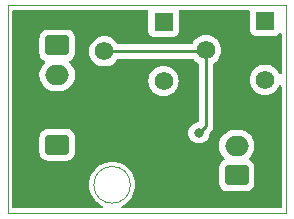
<source format=gbr>
%TF.GenerationSoftware,KiCad,Pcbnew,8.0.4-8.0.4-0~ubuntu22.04.1*%
%TF.CreationDate,2024-08-01T19:41:55+05:30*%
%TF.ProjectId,Microphone,4d696372-6f70-4686-9f6e-652e6b696361,v01*%
%TF.SameCoordinates,Original*%
%TF.FileFunction,Copper,L1,Top*%
%TF.FilePolarity,Positive*%
%FSLAX46Y46*%
G04 Gerber Fmt 4.6, Leading zero omitted, Abs format (unit mm)*
G04 Created by KiCad (PCBNEW 8.0.4-8.0.4-0~ubuntu22.04.1) date 2024-08-01 19:41:55*
%MOMM*%
%LPD*%
G01*
G04 APERTURE LIST*
G04 Aperture macros list*
%AMRoundRect*
0 Rectangle with rounded corners*
0 $1 Rounding radius*
0 $2 $3 $4 $5 $6 $7 $8 $9 X,Y pos of 4 corners*
0 Add a 4 corners polygon primitive as box body*
4,1,4,$2,$3,$4,$5,$6,$7,$8,$9,$2,$3,0*
0 Add four circle primitives for the rounded corners*
1,1,$1+$1,$2,$3*
1,1,$1+$1,$4,$5*
1,1,$1+$1,$6,$7*
1,1,$1+$1,$8,$9*
0 Add four rect primitives between the rounded corners*
20,1,$1+$1,$2,$3,$4,$5,0*
20,1,$1+$1,$4,$5,$6,$7,0*
20,1,$1+$1,$6,$7,$8,$9,0*
20,1,$1+$1,$8,$9,$2,$3,0*%
G04 Aperture macros list end*
%TA.AperFunction,ComponentPad*%
%ADD10R,1.560000X1.560000*%
%TD*%
%TA.AperFunction,ComponentPad*%
%ADD11C,1.560000*%
%TD*%
%TA.AperFunction,ComponentPad*%
%ADD12RoundRect,0.250000X-0.750000X0.600000X-0.750000X-0.600000X0.750000X-0.600000X0.750000X0.600000X0*%
%TD*%
%TA.AperFunction,ComponentPad*%
%ADD13O,2.000000X1.700000*%
%TD*%
%TA.AperFunction,ComponentPad*%
%ADD14RoundRect,0.250000X0.750000X-0.600000X0.750000X0.600000X-0.750000X0.600000X-0.750000X-0.600000X0*%
%TD*%
%TA.AperFunction,ViaPad*%
%ADD15C,0.800000*%
%TD*%
%TA.AperFunction,Conductor*%
%ADD16C,0.250000*%
%TD*%
%TA.AperFunction,Profile*%
%ADD17C,0.100000*%
%TD*%
G04 APERTURE END LIST*
D10*
%TO.P,R4,1*%
%TO.N,Net-(C3-Pad2)*%
X175600000Y-55900000D03*
D11*
%TO.P,R4,2*%
%TO.N,Net-(R4-Pad2)*%
X170600000Y-58400000D03*
%TO.P,R4,3*%
%TO.N,N/C*%
X175600000Y-60900000D03*
%TD*%
D10*
%TO.P,R5,1*%
%TO.N,Net-(C2-Pad2)*%
X167000000Y-56000000D03*
D11*
%TO.P,R5,2*%
%TO.N,Net-(R4-Pad2)*%
X162000000Y-58500000D03*
%TO.P,R5,3*%
%TO.N,N/C*%
X167000000Y-61000000D03*
%TD*%
D12*
%TO.P,MK1,1,-*%
%TO.N,GND*%
X158000000Y-58000000D03*
D13*
%TO.P,MK1,2,+*%
%TO.N,Net-(MK1-+)*%
X158000000Y-60500000D03*
%TD*%
D12*
%TO.P,J2,1,Pin_1*%
%TO.N,GND*%
X158000000Y-66400000D03*
D13*
%TO.P,J2,2,Pin_2*%
%TO.N,+5V*%
X158000000Y-68900000D03*
%TD*%
D14*
%TO.P,J1,1,Pin_1*%
%TO.N,GND*%
X173200000Y-69000000D03*
D13*
%TO.P,J1,2,Pin_2*%
%TO.N,Net-(J1-Pin_2)*%
X173200000Y-66500000D03*
%TD*%
D15*
%TO.N,Net-(R4-Pad2)*%
X170000000Y-65400000D03*
%TO.N,+5V*%
X169200000Y-61400000D03*
X157000000Y-63400000D03*
X170800000Y-69600000D03*
X161000000Y-56000000D03*
%TD*%
D16*
%TO.N,Net-(R4-Pad2)*%
X170500000Y-58500000D02*
X170600000Y-58400000D01*
X170600000Y-64800000D02*
X170600000Y-58400000D01*
X170000000Y-65400000D02*
X170600000Y-64800000D01*
X162000000Y-58500000D02*
X170500000Y-58500000D01*
%TD*%
%TA.AperFunction,Conductor*%
%TO.N,+5V*%
G36*
X165666945Y-55020185D02*
G01*
X165712700Y-55072989D01*
X165723195Y-55137752D01*
X165719500Y-55172127D01*
X165719500Y-55172128D01*
X165719500Y-55172132D01*
X165719500Y-56827870D01*
X165719501Y-56827876D01*
X165725908Y-56887483D01*
X165776202Y-57022328D01*
X165776206Y-57022335D01*
X165862452Y-57137544D01*
X165862455Y-57137547D01*
X165977664Y-57223793D01*
X165977671Y-57223797D01*
X166112517Y-57274091D01*
X166112516Y-57274091D01*
X166119444Y-57274835D01*
X166172127Y-57280500D01*
X167827872Y-57280499D01*
X167887483Y-57274091D01*
X168022331Y-57223796D01*
X168137546Y-57137546D01*
X168223796Y-57022331D01*
X168274091Y-56887483D01*
X168280500Y-56827873D01*
X168280499Y-55172128D01*
X168276804Y-55137753D01*
X168289211Y-55068994D01*
X168336822Y-55017857D01*
X168400094Y-55000500D01*
X174195500Y-55000500D01*
X174262539Y-55020185D01*
X174308294Y-55072989D01*
X174319500Y-55124500D01*
X174319500Y-56727870D01*
X174319501Y-56727876D01*
X174325908Y-56787483D01*
X174376202Y-56922328D01*
X174376206Y-56922335D01*
X174462452Y-57037544D01*
X174462455Y-57037547D01*
X174577664Y-57123793D01*
X174577671Y-57123797D01*
X174712517Y-57174091D01*
X174712516Y-57174091D01*
X174719444Y-57174835D01*
X174772127Y-57180500D01*
X176427872Y-57180499D01*
X176487483Y-57174091D01*
X176622331Y-57123796D01*
X176737546Y-57037546D01*
X176776234Y-56985864D01*
X176832167Y-56943995D01*
X176901859Y-56939011D01*
X176963182Y-56972496D01*
X176996666Y-57033820D01*
X176999500Y-57060177D01*
X176999500Y-60311990D01*
X176979815Y-60379029D01*
X176927011Y-60424784D01*
X176857853Y-60434728D01*
X176794297Y-60405703D01*
X176763118Y-60364395D01*
X176713181Y-60257306D01*
X176713180Y-60257304D01*
X176661684Y-60183760D01*
X176584667Y-60073767D01*
X176426233Y-59915333D01*
X176426229Y-59915330D01*
X176426228Y-59915329D01*
X176242700Y-59786821D01*
X176242696Y-59786819D01*
X176239634Y-59785391D01*
X176039630Y-59692128D01*
X176039627Y-59692127D01*
X176039625Y-59692126D01*
X175823208Y-59634137D01*
X175823200Y-59634136D01*
X175600002Y-59614609D01*
X175599998Y-59614609D01*
X175376799Y-59634136D01*
X175376791Y-59634137D01*
X175160374Y-59692126D01*
X175160368Y-59692129D01*
X174957306Y-59786818D01*
X174957304Y-59786819D01*
X174773764Y-59915334D01*
X174615334Y-60073764D01*
X174486819Y-60257304D01*
X174486818Y-60257306D01*
X174392129Y-60460368D01*
X174392126Y-60460374D01*
X174334137Y-60676791D01*
X174334136Y-60676799D01*
X174314609Y-60899998D01*
X174314609Y-60900001D01*
X174334136Y-61123200D01*
X174334137Y-61123208D01*
X174392126Y-61339625D01*
X174392127Y-61339627D01*
X174392128Y-61339630D01*
X174438759Y-61439630D01*
X174486819Y-61542696D01*
X174486821Y-61542700D01*
X174615329Y-61726228D01*
X174615334Y-61726234D01*
X174773765Y-61884665D01*
X174773771Y-61884670D01*
X174957299Y-62013178D01*
X174957301Y-62013179D01*
X174957304Y-62013181D01*
X175160370Y-62107872D01*
X175376794Y-62165863D01*
X175536226Y-62179811D01*
X175599998Y-62185391D01*
X175600000Y-62185391D01*
X175600002Y-62185391D01*
X175655801Y-62180509D01*
X175823206Y-62165863D01*
X176039630Y-62107872D01*
X176242696Y-62013181D01*
X176426233Y-61884667D01*
X176584667Y-61726233D01*
X176713181Y-61542696D01*
X176763118Y-61435604D01*
X176809290Y-61383166D01*
X176876484Y-61364014D01*
X176943365Y-61384230D01*
X176988699Y-61437395D01*
X176999500Y-61488010D01*
X176999500Y-71675500D01*
X176979815Y-71742539D01*
X176927011Y-71788294D01*
X176875500Y-71799500D01*
X163543926Y-71799500D01*
X163476887Y-71779815D01*
X163431132Y-71727011D01*
X163421188Y-71657853D01*
X163450213Y-71594297D01*
X163484499Y-71566668D01*
X163618935Y-71493259D01*
X163707213Y-71445056D01*
X163930568Y-71277855D01*
X164127855Y-71080568D01*
X164295056Y-70857213D01*
X164428769Y-70612337D01*
X164526271Y-70350923D01*
X164585578Y-70078294D01*
X164605482Y-69800000D01*
X164585578Y-69521706D01*
X164526271Y-69249077D01*
X164428769Y-68987663D01*
X164295056Y-68742787D01*
X164258820Y-68694381D01*
X164127861Y-68519439D01*
X164127845Y-68519421D01*
X163930578Y-68322154D01*
X163930560Y-68322138D01*
X163707215Y-68154945D01*
X163707207Y-68154940D01*
X163462342Y-68021233D01*
X163462338Y-68021231D01*
X163363230Y-67984266D01*
X163200923Y-67923729D01*
X163200919Y-67923728D01*
X163200916Y-67923727D01*
X162928299Y-67864422D01*
X162650001Y-67844518D01*
X162649999Y-67844518D01*
X162371700Y-67864422D01*
X162099083Y-67923727D01*
X162099078Y-67923728D01*
X162099077Y-67923729D01*
X162035875Y-67947301D01*
X161837661Y-68021231D01*
X161837657Y-68021233D01*
X161592792Y-68154940D01*
X161592784Y-68154945D01*
X161369439Y-68322138D01*
X161369421Y-68322154D01*
X161172154Y-68519421D01*
X161172138Y-68519439D01*
X161004945Y-68742784D01*
X161004940Y-68742792D01*
X160871233Y-68987657D01*
X160871231Y-68987661D01*
X160773727Y-69249083D01*
X160714422Y-69521700D01*
X160694518Y-69799998D01*
X160694518Y-69800001D01*
X160714422Y-70078299D01*
X160773637Y-70350500D01*
X160773729Y-70350923D01*
X160793949Y-70405134D01*
X160871231Y-70612338D01*
X160871233Y-70612342D01*
X161004940Y-70857207D01*
X161004945Y-70857215D01*
X161172138Y-71080560D01*
X161172154Y-71080578D01*
X161369421Y-71277845D01*
X161369439Y-71277861D01*
X161592784Y-71445054D01*
X161592792Y-71445059D01*
X161815501Y-71566668D01*
X161864906Y-71616073D01*
X161879758Y-71684346D01*
X161855341Y-71749811D01*
X161799407Y-71791682D01*
X161756074Y-71799500D01*
X154324500Y-71799500D01*
X154257461Y-71779815D01*
X154211706Y-71727011D01*
X154200500Y-71675500D01*
X154200500Y-65749983D01*
X156499500Y-65749983D01*
X156499500Y-67050001D01*
X156499501Y-67050018D01*
X156510000Y-67152796D01*
X156510001Y-67152799D01*
X156565185Y-67319331D01*
X156565186Y-67319334D01*
X156657288Y-67468656D01*
X156781344Y-67592712D01*
X156930666Y-67684814D01*
X157097203Y-67739999D01*
X157199991Y-67750500D01*
X158800008Y-67750499D01*
X158902797Y-67739999D01*
X159069334Y-67684814D01*
X159218656Y-67592712D01*
X159342712Y-67468656D01*
X159434814Y-67319334D01*
X159489999Y-67152797D01*
X159500500Y-67050009D01*
X159500499Y-66393713D01*
X171699500Y-66393713D01*
X171699500Y-66606286D01*
X171732753Y-66816239D01*
X171798444Y-67018414D01*
X171894951Y-67207820D01*
X172019890Y-67379786D01*
X172158705Y-67518601D01*
X172192190Y-67579924D01*
X172187206Y-67649616D01*
X172145334Y-67705549D01*
X172136121Y-67711821D01*
X171981342Y-67807289D01*
X171857289Y-67931342D01*
X171765187Y-68080663D01*
X171765186Y-68080666D01*
X171710001Y-68247203D01*
X171710001Y-68247204D01*
X171710000Y-68247204D01*
X171699500Y-68349983D01*
X171699500Y-69650001D01*
X171699501Y-69650018D01*
X171710000Y-69752796D01*
X171710001Y-69752799D01*
X171765185Y-69919331D01*
X171765186Y-69919334D01*
X171857288Y-70068656D01*
X171981344Y-70192712D01*
X172130666Y-70284814D01*
X172297203Y-70339999D01*
X172399991Y-70350500D01*
X174000008Y-70350499D01*
X174102797Y-70339999D01*
X174269334Y-70284814D01*
X174418656Y-70192712D01*
X174542712Y-70068656D01*
X174634814Y-69919334D01*
X174689999Y-69752797D01*
X174700500Y-69650009D01*
X174700499Y-68349992D01*
X174689999Y-68247203D01*
X174634814Y-68080666D01*
X174542712Y-67931344D01*
X174418656Y-67807288D01*
X174269334Y-67715186D01*
X174269333Y-67715185D01*
X174263878Y-67711821D01*
X174217154Y-67659873D01*
X174205931Y-67590910D01*
X174233775Y-67526828D01*
X174241272Y-67518623D01*
X174380104Y-67379792D01*
X174505051Y-67207816D01*
X174601557Y-67018412D01*
X174667246Y-66816243D01*
X174700500Y-66606287D01*
X174700500Y-66393713D01*
X174667246Y-66183757D01*
X174601557Y-65981588D01*
X174505051Y-65792184D01*
X174505049Y-65792181D01*
X174505048Y-65792179D01*
X174380109Y-65620213D01*
X174229786Y-65469890D01*
X174057820Y-65344951D01*
X173868414Y-65248444D01*
X173868413Y-65248443D01*
X173868412Y-65248443D01*
X173666243Y-65182754D01*
X173666241Y-65182753D01*
X173666240Y-65182753D01*
X173504957Y-65157208D01*
X173456287Y-65149500D01*
X172943713Y-65149500D01*
X172895042Y-65157208D01*
X172733760Y-65182753D01*
X172531585Y-65248444D01*
X172342179Y-65344951D01*
X172170213Y-65469890D01*
X172019890Y-65620213D01*
X171894951Y-65792179D01*
X171798444Y-65981585D01*
X171732753Y-66183760D01*
X171699500Y-66393713D01*
X159500499Y-66393713D01*
X159500499Y-65749992D01*
X159489999Y-65647203D01*
X159434814Y-65480666D01*
X159342712Y-65331344D01*
X159218656Y-65207288D01*
X159124966Y-65149500D01*
X159069336Y-65115187D01*
X159069331Y-65115185D01*
X159067862Y-65114698D01*
X158902797Y-65060001D01*
X158902795Y-65060000D01*
X158800010Y-65049500D01*
X157199998Y-65049500D01*
X157199981Y-65049501D01*
X157097203Y-65060000D01*
X157097200Y-65060001D01*
X156930668Y-65115185D01*
X156930663Y-65115187D01*
X156781342Y-65207289D01*
X156657289Y-65331342D01*
X156565187Y-65480663D01*
X156565186Y-65480666D01*
X156510001Y-65647203D01*
X156510001Y-65647204D01*
X156510000Y-65647204D01*
X156499500Y-65749983D01*
X154200500Y-65749983D01*
X154200500Y-57349983D01*
X156499500Y-57349983D01*
X156499500Y-58650001D01*
X156499501Y-58650018D01*
X156510000Y-58752796D01*
X156510001Y-58752799D01*
X156565185Y-58919331D01*
X156565187Y-58919336D01*
X156577705Y-58939631D01*
X156641278Y-59042700D01*
X156657289Y-59068657D01*
X156781344Y-59192712D01*
X156936120Y-59288178D01*
X156982845Y-59340126D01*
X156994068Y-59409088D01*
X156966224Y-59473171D01*
X156958706Y-59481398D01*
X156819889Y-59620215D01*
X156694951Y-59792179D01*
X156598444Y-59981585D01*
X156532753Y-60183760D01*
X156499500Y-60393713D01*
X156499500Y-60606286D01*
X156526506Y-60776799D01*
X156532754Y-60816243D01*
X156559968Y-60900000D01*
X156598444Y-61018414D01*
X156694951Y-61207820D01*
X156819890Y-61379786D01*
X156970213Y-61530109D01*
X157142179Y-61655048D01*
X157142181Y-61655049D01*
X157142184Y-61655051D01*
X157331588Y-61751557D01*
X157533757Y-61817246D01*
X157743713Y-61850500D01*
X157743714Y-61850500D01*
X158256286Y-61850500D01*
X158256287Y-61850500D01*
X158466243Y-61817246D01*
X158668412Y-61751557D01*
X158857816Y-61655051D01*
X158879789Y-61639086D01*
X159029786Y-61530109D01*
X159029788Y-61530106D01*
X159029792Y-61530104D01*
X159180104Y-61379792D01*
X159180106Y-61379788D01*
X159180109Y-61379786D01*
X159305048Y-61207820D01*
X159305047Y-61207820D01*
X159305051Y-61207816D01*
X159401557Y-61018412D01*
X159407540Y-60999998D01*
X165714609Y-60999998D01*
X165714609Y-61000001D01*
X165734136Y-61223200D01*
X165734137Y-61223208D01*
X165792126Y-61439625D01*
X165792127Y-61439627D01*
X165792128Y-61439630D01*
X165840190Y-61542700D01*
X165886819Y-61642696D01*
X165886821Y-61642700D01*
X166015329Y-61826228D01*
X166015334Y-61826234D01*
X166173765Y-61984665D01*
X166173771Y-61984670D01*
X166357299Y-62113178D01*
X166357301Y-62113179D01*
X166357304Y-62113181D01*
X166560370Y-62207872D01*
X166776794Y-62265863D01*
X166936226Y-62279811D01*
X166999998Y-62285391D01*
X167000000Y-62285391D01*
X167000002Y-62285391D01*
X167055801Y-62280509D01*
X167223206Y-62265863D01*
X167439630Y-62207872D01*
X167642696Y-62113181D01*
X167826233Y-61984667D01*
X167984667Y-61826233D01*
X168113181Y-61642696D01*
X168207872Y-61439630D01*
X168265863Y-61223206D01*
X168285391Y-61000000D01*
X168265863Y-60776794D01*
X168207872Y-60560370D01*
X168113181Y-60357305D01*
X167984667Y-60173767D01*
X167826233Y-60015333D01*
X167826229Y-60015330D01*
X167826228Y-60015329D01*
X167642700Y-59886821D01*
X167642696Y-59886819D01*
X167642694Y-59886818D01*
X167439630Y-59792128D01*
X167439627Y-59792127D01*
X167439625Y-59792126D01*
X167223208Y-59734137D01*
X167223200Y-59734136D01*
X167000002Y-59714609D01*
X166999998Y-59714609D01*
X166776799Y-59734136D01*
X166776791Y-59734137D01*
X166560374Y-59792126D01*
X166560368Y-59792129D01*
X166357306Y-59886818D01*
X166357304Y-59886819D01*
X166173764Y-60015334D01*
X166015334Y-60173764D01*
X165886819Y-60357304D01*
X165886818Y-60357306D01*
X165792129Y-60560368D01*
X165792126Y-60560374D01*
X165734137Y-60776791D01*
X165734136Y-60776799D01*
X165714609Y-60999998D01*
X159407540Y-60999998D01*
X159467246Y-60816243D01*
X159500500Y-60606287D01*
X159500500Y-60393713D01*
X159467246Y-60183757D01*
X159401557Y-59981588D01*
X159305051Y-59792184D01*
X159305049Y-59792181D01*
X159305048Y-59792179D01*
X159180109Y-59620213D01*
X159041294Y-59481398D01*
X159007809Y-59420075D01*
X159012793Y-59350383D01*
X159054665Y-59294450D01*
X159063879Y-59288178D01*
X159069331Y-59284814D01*
X159069334Y-59284814D01*
X159218656Y-59192712D01*
X159342712Y-59068656D01*
X159434814Y-58919334D01*
X159489999Y-58752797D01*
X159500500Y-58650009D01*
X159500500Y-58499998D01*
X160714609Y-58499998D01*
X160714609Y-58500001D01*
X160734136Y-58723200D01*
X160734137Y-58723208D01*
X160792126Y-58939625D01*
X160792127Y-58939627D01*
X160792128Y-58939630D01*
X160840190Y-59042700D01*
X160886819Y-59142696D01*
X160886821Y-59142700D01*
X161015329Y-59326228D01*
X161015334Y-59326234D01*
X161173765Y-59484665D01*
X161173771Y-59484670D01*
X161357299Y-59613178D01*
X161357301Y-59613179D01*
X161357304Y-59613181D01*
X161560370Y-59707872D01*
X161776794Y-59765863D01*
X161936226Y-59779811D01*
X161999998Y-59785391D01*
X162000000Y-59785391D01*
X162000002Y-59785391D01*
X162055801Y-59780509D01*
X162223206Y-59765863D01*
X162439630Y-59707872D01*
X162642696Y-59613181D01*
X162826233Y-59484667D01*
X162984667Y-59326233D01*
X163088197Y-59178377D01*
X163142774Y-59134752D01*
X163189772Y-59125500D01*
X169480249Y-59125500D01*
X169547288Y-59145185D01*
X169581824Y-59178377D01*
X169615329Y-59226228D01*
X169615334Y-59226234D01*
X169773765Y-59384665D01*
X169773771Y-59384670D01*
X169921623Y-59488197D01*
X169965248Y-59542774D01*
X169974500Y-59589772D01*
X169974500Y-64384389D01*
X169954815Y-64451428D01*
X169902011Y-64497183D01*
X169876281Y-64505679D01*
X169720197Y-64538855D01*
X169720192Y-64538857D01*
X169547270Y-64615848D01*
X169547265Y-64615851D01*
X169394129Y-64727111D01*
X169267466Y-64867785D01*
X169172821Y-65031715D01*
X169172818Y-65031722D01*
X169114327Y-65211740D01*
X169114326Y-65211744D01*
X169094540Y-65400000D01*
X169114326Y-65588256D01*
X169114327Y-65588259D01*
X169172818Y-65768277D01*
X169172821Y-65768284D01*
X169267467Y-65932216D01*
X169311922Y-65981588D01*
X169394129Y-66072888D01*
X169547265Y-66184148D01*
X169547270Y-66184151D01*
X169720192Y-66261142D01*
X169720197Y-66261144D01*
X169905354Y-66300500D01*
X169905355Y-66300500D01*
X170094644Y-66300500D01*
X170094646Y-66300500D01*
X170279803Y-66261144D01*
X170452730Y-66184151D01*
X170605871Y-66072888D01*
X170732533Y-65932216D01*
X170827179Y-65768284D01*
X170885674Y-65588256D01*
X170903321Y-65420345D01*
X170929905Y-65355732D01*
X170938952Y-65345636D01*
X170998729Y-65285860D01*
X170998733Y-65285858D01*
X171085858Y-65198733D01*
X171120084Y-65147509D01*
X171154312Y-65096286D01*
X171187652Y-65015792D01*
X171201463Y-64982452D01*
X171225500Y-64861606D01*
X171225500Y-59589772D01*
X171245185Y-59522733D01*
X171278377Y-59488197D01*
X171391356Y-59409088D01*
X171426233Y-59384667D01*
X171584667Y-59226233D01*
X171713181Y-59042696D01*
X171807872Y-58839630D01*
X171865863Y-58623206D01*
X171885391Y-58400000D01*
X171865863Y-58176794D01*
X171807872Y-57960370D01*
X171713181Y-57757305D01*
X171584667Y-57573767D01*
X171426233Y-57415333D01*
X171426229Y-57415330D01*
X171426228Y-57415329D01*
X171242700Y-57286821D01*
X171242696Y-57286819D01*
X171229143Y-57280499D01*
X171039630Y-57192128D01*
X171039627Y-57192127D01*
X171039625Y-57192126D01*
X170823208Y-57134137D01*
X170823200Y-57134136D01*
X170600002Y-57114609D01*
X170599998Y-57114609D01*
X170376799Y-57134136D01*
X170376791Y-57134137D01*
X170160374Y-57192126D01*
X170160368Y-57192129D01*
X169957306Y-57286818D01*
X169957304Y-57286819D01*
X169773764Y-57415334D01*
X169615334Y-57573764D01*
X169486819Y-57757304D01*
X169486816Y-57757310D01*
X169465556Y-57802904D01*
X169419384Y-57855344D01*
X169353174Y-57874500D01*
X163189771Y-57874500D01*
X163122732Y-57854815D01*
X163088196Y-57821623D01*
X162984668Y-57673768D01*
X162984664Y-57673764D01*
X162826233Y-57515333D01*
X162826229Y-57515330D01*
X162826228Y-57515329D01*
X162642700Y-57386821D01*
X162642696Y-57386819D01*
X162642694Y-57386818D01*
X162439630Y-57292128D01*
X162439627Y-57292127D01*
X162439625Y-57292126D01*
X162223208Y-57234137D01*
X162223200Y-57234136D01*
X162000002Y-57214609D01*
X161999998Y-57214609D01*
X161776799Y-57234136D01*
X161776791Y-57234137D01*
X161560374Y-57292126D01*
X161560368Y-57292129D01*
X161357306Y-57386818D01*
X161357304Y-57386819D01*
X161173764Y-57515334D01*
X161015334Y-57673764D01*
X160886819Y-57857304D01*
X160886818Y-57857306D01*
X160792129Y-58060368D01*
X160792126Y-58060374D01*
X160734137Y-58276791D01*
X160734136Y-58276799D01*
X160714609Y-58499998D01*
X159500500Y-58499998D01*
X159500499Y-57349992D01*
X159489999Y-57247203D01*
X159434814Y-57080666D01*
X159342712Y-56931344D01*
X159218656Y-56807288D01*
X159089903Y-56727873D01*
X159069336Y-56715187D01*
X159069331Y-56715185D01*
X159067862Y-56714698D01*
X158902797Y-56660001D01*
X158902795Y-56660000D01*
X158800010Y-56649500D01*
X157199998Y-56649500D01*
X157199981Y-56649501D01*
X157097203Y-56660000D01*
X157097200Y-56660001D01*
X156930668Y-56715185D01*
X156930663Y-56715187D01*
X156781342Y-56807289D01*
X156657289Y-56931342D01*
X156565187Y-57080663D01*
X156565186Y-57080666D01*
X156510001Y-57247203D01*
X156510001Y-57247204D01*
X156510000Y-57247204D01*
X156499500Y-57349983D01*
X154200500Y-57349983D01*
X154200500Y-55124500D01*
X154220185Y-55057461D01*
X154272989Y-55011706D01*
X154324500Y-55000500D01*
X165599906Y-55000500D01*
X165666945Y-55020185D01*
G37*
%TD.AperFunction*%
%TD*%
D17*
X153800000Y-54600000D02*
X177400000Y-54600000D01*
X177400000Y-72200000D01*
X153800000Y-72200000D01*
X153800000Y-54600000D01*
X164200000Y-69800000D02*
G75*
G02*
X161100000Y-69800000I-1550000J0D01*
G01*
X161100000Y-69800000D02*
G75*
G02*
X164200000Y-69800000I1550000J0D01*
G01*
M02*

</source>
